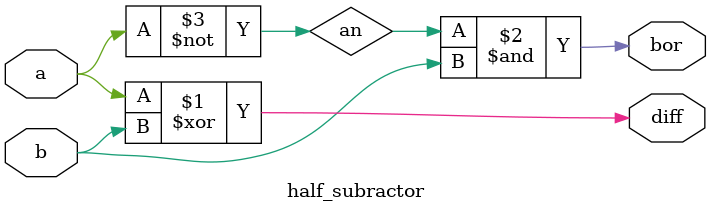
<source format=v>
`timescale 1ns / 1ps


module half_subractor(diff,bor,a,b);
input a,b;
output diff,bor;
wire an;
not(an,a);
xor(diff,a,b);
and(bor,an,b);
endmodule

</source>
